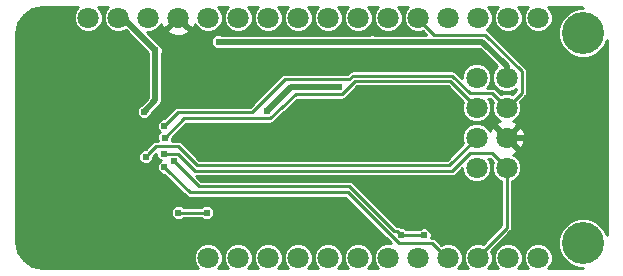
<source format=gbr>
G04 #@! TF.FileFunction,Copper,L2,Bot,Signal*
%FSLAX46Y46*%
G04 Gerber Fmt 4.6, Leading zero omitted, Abs format (unit mm)*
G04 Created by KiCad (PCBNEW 4.0.7) date 2018 March 24, Saturday 15:13:57*
%MOMM*%
%LPD*%
G01*
G04 APERTURE LIST*
%ADD10C,0.150000*%
%ADD11C,1.800000*%
%ADD12C,3.556000*%
%ADD13C,0.609600*%
%ADD14C,0.508000*%
%ADD15C,0.254000*%
G04 APERTURE END LIST*
D10*
D11*
X129667000Y-93980000D03*
X132207000Y-93980000D03*
X134747000Y-93980000D03*
X137287000Y-93980000D03*
X139827000Y-93980000D03*
X142367000Y-93980000D03*
X144907000Y-93980000D03*
X147447000Y-93980000D03*
X149987000Y-93980000D03*
X152527000Y-93980000D03*
X155067000Y-93980000D03*
X157607000Y-93980000D03*
X160147000Y-93980000D03*
X162687000Y-93980000D03*
X165227000Y-93980000D03*
X167767000Y-93980000D03*
X167767000Y-114300000D03*
X165227000Y-114300000D03*
X162687000Y-114300000D03*
X160147000Y-114300000D03*
X157607000Y-114300000D03*
X155067000Y-114300000D03*
X152527000Y-114300000D03*
X149987000Y-114300000D03*
X147447000Y-114300000D03*
X144907000Y-114300000D03*
X142367000Y-114300000D03*
X139827000Y-114300000D03*
D12*
X171577000Y-113030000D03*
X171577000Y-95250000D03*
D11*
X162560000Y-99060000D03*
X165100000Y-99060000D03*
X162560000Y-101600000D03*
X165100000Y-101600000D03*
X162560000Y-104140000D03*
X165100000Y-104140000D03*
X162560000Y-106680000D03*
X165100000Y-106680000D03*
D13*
X135341360Y-96728280D03*
X134405136Y-101925786D03*
X153670000Y-96012000D03*
X140716000Y-96012000D03*
X127000000Y-109855000D03*
X127000000Y-104140000D03*
X127000000Y-98425000D03*
X129540000Y-97155000D03*
X133350000Y-97155000D03*
X129540000Y-113665000D03*
X129540000Y-111125000D03*
X134620000Y-111125000D03*
X134620000Y-113665000D03*
X167132000Y-101600000D03*
X167005000Y-97790000D03*
X171450000Y-97790000D03*
X171450000Y-101600000D03*
X171450000Y-104140000D03*
X171450000Y-107950000D03*
X171450000Y-110490000D03*
X167640000Y-110490000D03*
X167132000Y-107950000D03*
X151765000Y-97407880D03*
X151130000Y-102870000D03*
X151130000Y-102870000D03*
X160020000Y-101600000D03*
X160020000Y-104775000D03*
X156210000Y-107950000D03*
X156210000Y-111125000D03*
X158242000Y-98250247D03*
X150835780Y-107624035D03*
X160020000Y-111760000D03*
X163830000Y-112014000D03*
X133390707Y-106648496D03*
X135399738Y-102548834D03*
X167132000Y-104140000D03*
X161036000Y-97282000D03*
X143280946Y-104616630D03*
X143256000Y-107580833D03*
X143256000Y-103329902D03*
X150876000Y-111252000D03*
X143256000Y-111506000D03*
X143256000Y-109474000D03*
X143256000Y-101346000D03*
X143271719Y-97407880D03*
X143256000Y-99314000D03*
X150876000Y-99822000D03*
X144780000Y-101854000D03*
X136107900Y-103153377D03*
X136157665Y-104129722D03*
X156147717Y-112365791D03*
X158111815Y-112371146D03*
X136907797Y-106132237D03*
X136078004Y-105497227D03*
X134557237Y-105743428D03*
X136131111Y-106625749D03*
X137305155Y-110485155D03*
X139700000Y-110490000D03*
D14*
X135036561Y-96423481D02*
X135341360Y-96728280D01*
X132593080Y-93980000D02*
X135036561Y-96423481D01*
X132080000Y-93980000D02*
X132593080Y-93980000D01*
X134405136Y-101925786D02*
X135341360Y-100989562D01*
X135341360Y-97159332D02*
X135341360Y-96728280D01*
X135341360Y-100989562D02*
X135341360Y-97159332D01*
X165100000Y-98060329D02*
X165100000Y-99060000D01*
X153670000Y-96012000D02*
X163051671Y-96012000D01*
X163051671Y-96012000D02*
X165100000Y-98060329D01*
X140716000Y-96012000D02*
X153670000Y-96012000D01*
X127000000Y-98425000D02*
X127000000Y-104140000D01*
X133350000Y-97155000D02*
X129540000Y-97155000D01*
X134620000Y-111125000D02*
X129540000Y-111125000D01*
X143256000Y-111506000D02*
X136779000Y-111506000D01*
X136779000Y-111506000D02*
X134620000Y-113665000D01*
X171450000Y-97790000D02*
X167005000Y-97790000D01*
X171450000Y-104140000D02*
X171450000Y-101600000D01*
X143271719Y-97407880D02*
X151765000Y-97407880D01*
X151765000Y-97407880D02*
X157399633Y-97407880D01*
X160020000Y-104775000D02*
X160020000Y-101600000D01*
X156210000Y-111125000D02*
X156210000Y-107950000D01*
X157399633Y-97407880D02*
X157937201Y-97945448D01*
X160067753Y-98250247D02*
X158673052Y-98250247D01*
X157937201Y-97945448D02*
X158242000Y-98250247D01*
X161036000Y-97282000D02*
X160067753Y-98250247D01*
X158673052Y-98250247D02*
X158242000Y-98250247D01*
X150792578Y-107580833D02*
X150835780Y-107624035D01*
X143256000Y-107580833D02*
X150792578Y-107580833D01*
D15*
X163830000Y-112014000D02*
X160274000Y-112014000D01*
X160274000Y-112014000D02*
X160020000Y-111760000D01*
D14*
X133390707Y-106217444D02*
X133390707Y-106648496D01*
X133390707Y-104557865D02*
X133390707Y-106217444D01*
X135399738Y-102548834D02*
X133390707Y-104557865D01*
X135704537Y-102244035D02*
X135399738Y-102548834D01*
X140540692Y-97407880D02*
X135704537Y-102244035D01*
X143271719Y-97407880D02*
X140540692Y-97407880D01*
X143271719Y-97407880D02*
X140714880Y-97407880D01*
X140714880Y-97407880D02*
X137287000Y-93980000D01*
X143256000Y-111506000D02*
X150622000Y-111506000D01*
X150622000Y-111506000D02*
X150876000Y-111252000D01*
X167132000Y-104140000D02*
X165100000Y-104140000D01*
X143256000Y-104591684D02*
X143280946Y-104616630D01*
X143256000Y-103329902D02*
X143256000Y-104591684D01*
X143256000Y-99314000D02*
X143256000Y-97423599D01*
X143256000Y-97423599D02*
X143271719Y-97407880D01*
X143256000Y-111506000D02*
X143256000Y-109474000D01*
D15*
X143271719Y-99298281D02*
X143256000Y-99314000D01*
D14*
X150876000Y-99822000D02*
X146812000Y-99822000D01*
X146812000Y-99822000D02*
X144780000Y-101854000D01*
D15*
X136412699Y-102848578D02*
X136107900Y-103153377D01*
X146354803Y-99186999D02*
X143560801Y-101981001D01*
X152079007Y-98885257D02*
X151777266Y-99186999D01*
X160491850Y-98885257D02*
X152079007Y-98885257D01*
X161976392Y-100369799D02*
X160491850Y-98885257D01*
X163869799Y-100369799D02*
X161976392Y-100369799D01*
X165100000Y-101600000D02*
X163869799Y-100369799D01*
X151777266Y-99186999D02*
X146354803Y-99186999D01*
X143560801Y-101981001D02*
X137280276Y-101981001D01*
X137280276Y-101981001D02*
X136412699Y-102848578D01*
X158927789Y-95427789D02*
X157480000Y-93980000D01*
X163293659Y-95427789D02*
X158927789Y-95427789D01*
X165100000Y-101600000D02*
X166370000Y-100330000D01*
X166370000Y-98504130D02*
X163293659Y-95427789D01*
X166370000Y-100330000D02*
X166370000Y-98504130D01*
X147294581Y-100457001D02*
X151153856Y-100457001D01*
X160302468Y-99342468D02*
X162560000Y-101600000D01*
X151153856Y-100457001D02*
X152268389Y-99342468D01*
X146050000Y-101523802D02*
X146126198Y-101523802D01*
X137798386Y-102489001D02*
X145084801Y-102489001D01*
X136157665Y-104129722D02*
X137798386Y-102489001D01*
X146126198Y-101523802D02*
X147243790Y-100406210D01*
X145084801Y-102489001D02*
X146050000Y-101523802D01*
X147243790Y-100406210D02*
X147294581Y-100457001D01*
X152268389Y-99342468D02*
X160302468Y-99342468D01*
X136907797Y-106132237D02*
X139034597Y-108259037D01*
X151792191Y-108259037D02*
X155594146Y-112060992D01*
X139034597Y-108259037D02*
X151792191Y-108259037D01*
X155594146Y-112060992D02*
X155842918Y-112060992D01*
X155842918Y-112060992D02*
X156147717Y-112365791D01*
X158111815Y-112371146D02*
X156153072Y-112371146D01*
X156153072Y-112371146D02*
X156147717Y-112365791D01*
X136078004Y-105497227D02*
X137250595Y-105497227D01*
X137250595Y-105497227D02*
X138699200Y-106945832D01*
X160473470Y-106945832D02*
X161969503Y-105449799D01*
X161969503Y-105449799D02*
X163869799Y-105449799D01*
X138699200Y-106945832D02*
X160473470Y-106945832D01*
X163869799Y-105449799D02*
X164200001Y-105780001D01*
X164200001Y-105780001D02*
X165100000Y-106680000D01*
X165100000Y-106680000D02*
X165100000Y-111760000D01*
X165100000Y-111760000D02*
X162560000Y-114300000D01*
X162560000Y-104140000D02*
X160215567Y-106484433D01*
X160215567Y-106484433D02*
X138884393Y-106484433D01*
X137262185Y-104862225D02*
X135438440Y-104862225D01*
X134862036Y-105438629D02*
X134557237Y-105743428D01*
X138884393Y-106484433D02*
X137262185Y-104862225D01*
X135438440Y-104862225D02*
X134862036Y-105438629D01*
X151633912Y-108750027D02*
X138255389Y-108750027D01*
X157805740Y-113069799D02*
X155953684Y-113069799D01*
X155953684Y-113069799D02*
X151633912Y-108750027D01*
X138255389Y-108750027D02*
X136435910Y-106930548D01*
X160020000Y-114300000D02*
X158791073Y-113071073D01*
X157807014Y-113071073D02*
X157805740Y-113069799D01*
X158791073Y-113071073D02*
X157807014Y-113071073D01*
X136435910Y-106930548D02*
X136131111Y-106625749D01*
X139700000Y-110490000D02*
X137310000Y-110490000D01*
X137310000Y-110490000D02*
X137305155Y-110485155D01*
G36*
X163969077Y-106195655D02*
X163870014Y-106434225D01*
X163869587Y-106923628D01*
X164056479Y-107375942D01*
X164402238Y-107722305D01*
X164642800Y-107822195D01*
X164642800Y-111570621D01*
X163081607Y-113131814D01*
X162932775Y-113070014D01*
X162443372Y-113069587D01*
X161991058Y-113256479D01*
X161644695Y-113602238D01*
X161457014Y-114054225D01*
X161456587Y-114543628D01*
X161643479Y-114995942D01*
X161815237Y-115168000D01*
X161018770Y-115168000D01*
X161189305Y-114997762D01*
X161376986Y-114545775D01*
X161377413Y-114056372D01*
X161190521Y-113604058D01*
X160844762Y-113257695D01*
X160392775Y-113070014D01*
X159903372Y-113069587D01*
X159572768Y-113206190D01*
X159114362Y-112747784D01*
X158966036Y-112648675D01*
X158791073Y-112613873D01*
X158698593Y-112613873D01*
X158746704Y-112498009D01*
X158746925Y-112245391D01*
X158650455Y-112011918D01*
X158471983Y-111833133D01*
X158238678Y-111736257D01*
X157986060Y-111736036D01*
X157752587Y-111832506D01*
X157671004Y-111913946D01*
X156593902Y-111913946D01*
X156507885Y-111827778D01*
X156274580Y-111730902D01*
X156155873Y-111730798D01*
X156017881Y-111638594D01*
X155842918Y-111603792D01*
X155783524Y-111603792D01*
X152115480Y-107935748D01*
X151967154Y-107836639D01*
X151792191Y-107801837D01*
X139223976Y-107801837D01*
X138825171Y-107403032D01*
X160473470Y-107403032D01*
X160648433Y-107368230D01*
X160796759Y-107269121D01*
X161329751Y-106736129D01*
X161329587Y-106923628D01*
X161516479Y-107375942D01*
X161862238Y-107722305D01*
X162314225Y-107909986D01*
X162803628Y-107910413D01*
X163255942Y-107723521D01*
X163602305Y-107377762D01*
X163789986Y-106925775D01*
X163790413Y-106436372D01*
X163603521Y-105984058D01*
X163526596Y-105906999D01*
X163680421Y-105906999D01*
X163969077Y-106195655D01*
X163969077Y-106195655D01*
G37*
X163969077Y-106195655D02*
X163870014Y-106434225D01*
X163869587Y-106923628D01*
X164056479Y-107375942D01*
X164402238Y-107722305D01*
X164642800Y-107822195D01*
X164642800Y-111570621D01*
X163081607Y-113131814D01*
X162932775Y-113070014D01*
X162443372Y-113069587D01*
X161991058Y-113256479D01*
X161644695Y-113602238D01*
X161457014Y-114054225D01*
X161456587Y-114543628D01*
X161643479Y-114995942D01*
X161815237Y-115168000D01*
X161018770Y-115168000D01*
X161189305Y-114997762D01*
X161376986Y-114545775D01*
X161377413Y-114056372D01*
X161190521Y-113604058D01*
X160844762Y-113257695D01*
X160392775Y-113070014D01*
X159903372Y-113069587D01*
X159572768Y-113206190D01*
X159114362Y-112747784D01*
X158966036Y-112648675D01*
X158791073Y-112613873D01*
X158698593Y-112613873D01*
X158746704Y-112498009D01*
X158746925Y-112245391D01*
X158650455Y-112011918D01*
X158471983Y-111833133D01*
X158238678Y-111736257D01*
X157986060Y-111736036D01*
X157752587Y-111832506D01*
X157671004Y-111913946D01*
X156593902Y-111913946D01*
X156507885Y-111827778D01*
X156274580Y-111730902D01*
X156155873Y-111730798D01*
X156017881Y-111638594D01*
X155842918Y-111603792D01*
X155783524Y-111603792D01*
X152115480Y-107935748D01*
X151967154Y-107836639D01*
X151792191Y-107801837D01*
X139223976Y-107801837D01*
X138825171Y-107403032D01*
X160473470Y-107403032D01*
X160648433Y-107368230D01*
X160796759Y-107269121D01*
X161329751Y-106736129D01*
X161329587Y-106923628D01*
X161516479Y-107375942D01*
X161862238Y-107722305D01*
X162314225Y-107909986D01*
X162803628Y-107910413D01*
X163255942Y-107723521D01*
X163602305Y-107377762D01*
X163789986Y-106925775D01*
X163790413Y-106436372D01*
X163603521Y-105984058D01*
X163526596Y-105906999D01*
X163680421Y-105906999D01*
X163969077Y-106195655D01*
G36*
X164184695Y-93282238D02*
X163997014Y-93734225D01*
X163996587Y-94223628D01*
X164183479Y-94675942D01*
X164529238Y-95022305D01*
X164981225Y-95209986D01*
X165470628Y-95210413D01*
X165922942Y-95023521D01*
X166269305Y-94677762D01*
X166456986Y-94225775D01*
X166457413Y-93736372D01*
X166270521Y-93284058D01*
X166098763Y-93112000D01*
X166895230Y-93112000D01*
X166724695Y-93282238D01*
X166537014Y-93734225D01*
X166536587Y-94223628D01*
X166723479Y-94675942D01*
X167069238Y-95022305D01*
X167521225Y-95209986D01*
X168010628Y-95210413D01*
X168462942Y-95023521D01*
X168809305Y-94677762D01*
X168996986Y-94225775D01*
X168997413Y-93736372D01*
X168810521Y-93284058D01*
X168638763Y-93112000D01*
X171410405Y-93112000D01*
X171560143Y-93141785D01*
X171159493Y-93141435D01*
X170384361Y-93461713D01*
X169790797Y-94054241D01*
X169469167Y-94828813D01*
X169468435Y-95667507D01*
X169788713Y-96442639D01*
X170381241Y-97036203D01*
X171155813Y-97357833D01*
X171994507Y-97358565D01*
X172769639Y-97038287D01*
X173363203Y-96445759D01*
X173588000Y-95904387D01*
X173588000Y-112376368D01*
X173365287Y-111837361D01*
X172772759Y-111243797D01*
X171998187Y-110922167D01*
X171159493Y-110921435D01*
X170384361Y-111241713D01*
X169790797Y-111834241D01*
X169469167Y-112608813D01*
X169468435Y-113447507D01*
X169788713Y-114222639D01*
X170381241Y-114816203D01*
X171155813Y-115137833D01*
X171560290Y-115138186D01*
X171410405Y-115168000D01*
X168638770Y-115168000D01*
X168809305Y-114997762D01*
X168996986Y-114545775D01*
X168997413Y-114056372D01*
X168810521Y-113604058D01*
X168464762Y-113257695D01*
X168012775Y-113070014D01*
X167523372Y-113069587D01*
X167071058Y-113256479D01*
X166724695Y-113602238D01*
X166537014Y-114054225D01*
X166536587Y-114543628D01*
X166723479Y-114995942D01*
X166895237Y-115168000D01*
X166098770Y-115168000D01*
X166269305Y-114997762D01*
X166456986Y-114545775D01*
X166457413Y-114056372D01*
X166270521Y-113604058D01*
X165924762Y-113257695D01*
X165472775Y-113070014D01*
X164983372Y-113069587D01*
X164531058Y-113256479D01*
X164184695Y-113602238D01*
X163997014Y-114054225D01*
X163996587Y-114543628D01*
X164183479Y-114995942D01*
X164355237Y-115168000D01*
X163558770Y-115168000D01*
X163729305Y-114997762D01*
X163916986Y-114545775D01*
X163917413Y-114056372D01*
X163780810Y-113725768D01*
X165423289Y-112083290D01*
X165522398Y-111934963D01*
X165557200Y-111760000D01*
X165557200Y-107822167D01*
X165795942Y-107723521D01*
X166142305Y-107377762D01*
X166329986Y-106925775D01*
X166330413Y-106436372D01*
X166143521Y-105984058D01*
X165797762Y-105637695D01*
X165661716Y-105581204D01*
X165914148Y-105476643D01*
X166000554Y-105220159D01*
X165100000Y-104319605D01*
X165085858Y-104333748D01*
X164906253Y-104154143D01*
X164920395Y-104140000D01*
X165279605Y-104140000D01*
X166180159Y-105040554D01*
X166436643Y-104954148D01*
X166646458Y-104380664D01*
X166620839Y-103770540D01*
X166436643Y-103325852D01*
X166180159Y-103239446D01*
X165279605Y-104140000D01*
X164920395Y-104140000D01*
X164019841Y-103239446D01*
X163763357Y-103325852D01*
X163665357Y-103593713D01*
X163603521Y-103444058D01*
X163257762Y-103097695D01*
X162805775Y-102910014D01*
X162316372Y-102909587D01*
X161864058Y-103096479D01*
X161517695Y-103442238D01*
X161330014Y-103894225D01*
X161329587Y-104383628D01*
X161429057Y-104624365D01*
X160026189Y-106027233D01*
X139073772Y-106027233D01*
X137585474Y-104538936D01*
X137437148Y-104439827D01*
X137262185Y-104405025D01*
X136730917Y-104405025D01*
X136792554Y-104256585D01*
X136792655Y-104141310D01*
X137987764Y-102946201D01*
X145084801Y-102946201D01*
X145259764Y-102911399D01*
X145408090Y-102812290D01*
X146267482Y-101952899D01*
X146301161Y-101946200D01*
X146449487Y-101847091D01*
X147382377Y-100914201D01*
X151153856Y-100914201D01*
X151328819Y-100879399D01*
X151477145Y-100780290D01*
X152457767Y-99799668D01*
X160113090Y-99799668D01*
X161429077Y-101115655D01*
X161330014Y-101354225D01*
X161329587Y-101843628D01*
X161516479Y-102295942D01*
X161862238Y-102642305D01*
X162314225Y-102829986D01*
X162803628Y-102830413D01*
X163255942Y-102643521D01*
X163602305Y-102297762D01*
X163789986Y-101845775D01*
X163790413Y-101356372D01*
X163603521Y-100904058D01*
X163526596Y-100826999D01*
X163680421Y-100826999D01*
X163969077Y-101115655D01*
X163870014Y-101354225D01*
X163869587Y-101843628D01*
X164056479Y-102295942D01*
X164402238Y-102642305D01*
X164538284Y-102698796D01*
X164285852Y-102803357D01*
X164199446Y-103059841D01*
X165100000Y-103960395D01*
X166000554Y-103059841D01*
X165914148Y-102803357D01*
X165646287Y-102705357D01*
X165795942Y-102643521D01*
X166142305Y-102297762D01*
X166329986Y-101845775D01*
X166330413Y-101356372D01*
X166230943Y-101115635D01*
X166693289Y-100653289D01*
X166792398Y-100504963D01*
X166827200Y-100330000D01*
X166827200Y-98504130D01*
X166792398Y-98329167D01*
X166693289Y-98180841D01*
X163616948Y-95104500D01*
X163468622Y-95005391D01*
X163412322Y-94994192D01*
X163729305Y-94677762D01*
X163916986Y-94225775D01*
X163917413Y-93736372D01*
X163730521Y-93284058D01*
X163558763Y-93112000D01*
X164355230Y-93112000D01*
X164184695Y-93282238D01*
X164184695Y-93282238D01*
G37*
X164184695Y-93282238D02*
X163997014Y-93734225D01*
X163996587Y-94223628D01*
X164183479Y-94675942D01*
X164529238Y-95022305D01*
X164981225Y-95209986D01*
X165470628Y-95210413D01*
X165922942Y-95023521D01*
X166269305Y-94677762D01*
X166456986Y-94225775D01*
X166457413Y-93736372D01*
X166270521Y-93284058D01*
X166098763Y-93112000D01*
X166895230Y-93112000D01*
X166724695Y-93282238D01*
X166537014Y-93734225D01*
X166536587Y-94223628D01*
X166723479Y-94675942D01*
X167069238Y-95022305D01*
X167521225Y-95209986D01*
X168010628Y-95210413D01*
X168462942Y-95023521D01*
X168809305Y-94677762D01*
X168996986Y-94225775D01*
X168997413Y-93736372D01*
X168810521Y-93284058D01*
X168638763Y-93112000D01*
X171410405Y-93112000D01*
X171560143Y-93141785D01*
X171159493Y-93141435D01*
X170384361Y-93461713D01*
X169790797Y-94054241D01*
X169469167Y-94828813D01*
X169468435Y-95667507D01*
X169788713Y-96442639D01*
X170381241Y-97036203D01*
X171155813Y-97357833D01*
X171994507Y-97358565D01*
X172769639Y-97038287D01*
X173363203Y-96445759D01*
X173588000Y-95904387D01*
X173588000Y-112376368D01*
X173365287Y-111837361D01*
X172772759Y-111243797D01*
X171998187Y-110922167D01*
X171159493Y-110921435D01*
X170384361Y-111241713D01*
X169790797Y-111834241D01*
X169469167Y-112608813D01*
X169468435Y-113447507D01*
X169788713Y-114222639D01*
X170381241Y-114816203D01*
X171155813Y-115137833D01*
X171560290Y-115138186D01*
X171410405Y-115168000D01*
X168638770Y-115168000D01*
X168809305Y-114997762D01*
X168996986Y-114545775D01*
X168997413Y-114056372D01*
X168810521Y-113604058D01*
X168464762Y-113257695D01*
X168012775Y-113070014D01*
X167523372Y-113069587D01*
X167071058Y-113256479D01*
X166724695Y-113602238D01*
X166537014Y-114054225D01*
X166536587Y-114543628D01*
X166723479Y-114995942D01*
X166895237Y-115168000D01*
X166098770Y-115168000D01*
X166269305Y-114997762D01*
X166456986Y-114545775D01*
X166457413Y-114056372D01*
X166270521Y-113604058D01*
X165924762Y-113257695D01*
X165472775Y-113070014D01*
X164983372Y-113069587D01*
X164531058Y-113256479D01*
X164184695Y-113602238D01*
X163997014Y-114054225D01*
X163996587Y-114543628D01*
X164183479Y-114995942D01*
X164355237Y-115168000D01*
X163558770Y-115168000D01*
X163729305Y-114997762D01*
X163916986Y-114545775D01*
X163917413Y-114056372D01*
X163780810Y-113725768D01*
X165423289Y-112083290D01*
X165522398Y-111934963D01*
X165557200Y-111760000D01*
X165557200Y-107822167D01*
X165795942Y-107723521D01*
X166142305Y-107377762D01*
X166329986Y-106925775D01*
X166330413Y-106436372D01*
X166143521Y-105984058D01*
X165797762Y-105637695D01*
X165661716Y-105581204D01*
X165914148Y-105476643D01*
X166000554Y-105220159D01*
X165100000Y-104319605D01*
X165085858Y-104333748D01*
X164906253Y-104154143D01*
X164920395Y-104140000D01*
X165279605Y-104140000D01*
X166180159Y-105040554D01*
X166436643Y-104954148D01*
X166646458Y-104380664D01*
X166620839Y-103770540D01*
X166436643Y-103325852D01*
X166180159Y-103239446D01*
X165279605Y-104140000D01*
X164920395Y-104140000D01*
X164019841Y-103239446D01*
X163763357Y-103325852D01*
X163665357Y-103593713D01*
X163603521Y-103444058D01*
X163257762Y-103097695D01*
X162805775Y-102910014D01*
X162316372Y-102909587D01*
X161864058Y-103096479D01*
X161517695Y-103442238D01*
X161330014Y-103894225D01*
X161329587Y-104383628D01*
X161429057Y-104624365D01*
X160026189Y-106027233D01*
X139073772Y-106027233D01*
X137585474Y-104538936D01*
X137437148Y-104439827D01*
X137262185Y-104405025D01*
X136730917Y-104405025D01*
X136792554Y-104256585D01*
X136792655Y-104141310D01*
X137987764Y-102946201D01*
X145084801Y-102946201D01*
X145259764Y-102911399D01*
X145408090Y-102812290D01*
X146267482Y-101952899D01*
X146301161Y-101946200D01*
X146449487Y-101847091D01*
X147382377Y-100914201D01*
X151153856Y-100914201D01*
X151328819Y-100879399D01*
X151477145Y-100780290D01*
X152457767Y-99799668D01*
X160113090Y-99799668D01*
X161429077Y-101115655D01*
X161330014Y-101354225D01*
X161329587Y-101843628D01*
X161516479Y-102295942D01*
X161862238Y-102642305D01*
X162314225Y-102829986D01*
X162803628Y-102830413D01*
X163255942Y-102643521D01*
X163602305Y-102297762D01*
X163789986Y-101845775D01*
X163790413Y-101356372D01*
X163603521Y-100904058D01*
X163526596Y-100826999D01*
X163680421Y-100826999D01*
X163969077Y-101115655D01*
X163870014Y-101354225D01*
X163869587Y-101843628D01*
X164056479Y-102295942D01*
X164402238Y-102642305D01*
X164538284Y-102698796D01*
X164285852Y-102803357D01*
X164199446Y-103059841D01*
X165100000Y-103960395D01*
X166000554Y-103059841D01*
X165914148Y-102803357D01*
X165646287Y-102705357D01*
X165795942Y-102643521D01*
X166142305Y-102297762D01*
X166329986Y-101845775D01*
X166330413Y-101356372D01*
X166230943Y-101115635D01*
X166693289Y-100653289D01*
X166792398Y-100504963D01*
X166827200Y-100330000D01*
X166827200Y-98504130D01*
X166792398Y-98329167D01*
X166693289Y-98180841D01*
X163616948Y-95104500D01*
X163468622Y-95005391D01*
X163412322Y-94994192D01*
X163729305Y-94677762D01*
X163916986Y-94225775D01*
X163917413Y-93736372D01*
X163730521Y-93284058D01*
X163558763Y-93112000D01*
X164355230Y-93112000D01*
X164184695Y-93282238D01*
G36*
X128624695Y-93282238D02*
X128437014Y-93734225D01*
X128436587Y-94223628D01*
X128623479Y-94675942D01*
X128969238Y-95022305D01*
X129421225Y-95209986D01*
X129910628Y-95210413D01*
X130362942Y-95023521D01*
X130709305Y-94677762D01*
X130896986Y-94225775D01*
X130897413Y-93736372D01*
X130710521Y-93284058D01*
X130538763Y-93112000D01*
X131335230Y-93112000D01*
X131164695Y-93282238D01*
X130977014Y-93734225D01*
X130976587Y-94223628D01*
X131163479Y-94675942D01*
X131509238Y-95022305D01*
X131961225Y-95209986D01*
X132450628Y-95210413D01*
X132837470Y-95050574D01*
X134752244Y-96965348D01*
X134757160Y-96977245D01*
X134757160Y-100747578D01*
X134168068Y-101336670D01*
X134045908Y-101387146D01*
X133867123Y-101565618D01*
X133770247Y-101798923D01*
X133770026Y-102051541D01*
X133866496Y-102285014D01*
X134044968Y-102463799D01*
X134278273Y-102560675D01*
X134530891Y-102560896D01*
X134764364Y-102464426D01*
X134943149Y-102285954D01*
X134994273Y-102162833D01*
X135754452Y-101402654D01*
X135881091Y-101213125D01*
X135925561Y-100989562D01*
X135925560Y-100989557D01*
X135925560Y-96977217D01*
X135976249Y-96855143D01*
X135976470Y-96602525D01*
X135880000Y-96369052D01*
X135701528Y-96190267D01*
X135578407Y-96139143D01*
X134649379Y-95210115D01*
X134990628Y-95210413D01*
X135354271Y-95060159D01*
X136386446Y-95060159D01*
X136472852Y-95316643D01*
X137046336Y-95526458D01*
X137656460Y-95500839D01*
X138101148Y-95316643D01*
X138187554Y-95060159D01*
X137287000Y-94159605D01*
X136386446Y-95060159D01*
X135354271Y-95060159D01*
X135442942Y-95023521D01*
X135789305Y-94677762D01*
X135845796Y-94541716D01*
X135950357Y-94794148D01*
X136206841Y-94880554D01*
X137107395Y-93980000D01*
X137093253Y-93965858D01*
X137272858Y-93786253D01*
X137287000Y-93800395D01*
X137301143Y-93786253D01*
X137480748Y-93965858D01*
X137466605Y-93980000D01*
X138367159Y-94880554D01*
X138623643Y-94794148D01*
X138721643Y-94526287D01*
X138783479Y-94675942D01*
X139129238Y-95022305D01*
X139581225Y-95209986D01*
X140070628Y-95210413D01*
X140522942Y-95023521D01*
X140869305Y-94677762D01*
X141056986Y-94225775D01*
X141057413Y-93736372D01*
X140870521Y-93284058D01*
X140698763Y-93112000D01*
X141495230Y-93112000D01*
X141324695Y-93282238D01*
X141137014Y-93734225D01*
X141136587Y-94223628D01*
X141323479Y-94675942D01*
X141669238Y-95022305D01*
X142121225Y-95209986D01*
X142610628Y-95210413D01*
X143062942Y-95023521D01*
X143409305Y-94677762D01*
X143596986Y-94225775D01*
X143597413Y-93736372D01*
X143410521Y-93284058D01*
X143238763Y-93112000D01*
X144035230Y-93112000D01*
X143864695Y-93282238D01*
X143677014Y-93734225D01*
X143676587Y-94223628D01*
X143863479Y-94675942D01*
X144209238Y-95022305D01*
X144661225Y-95209986D01*
X145150628Y-95210413D01*
X145602942Y-95023521D01*
X145949305Y-94677762D01*
X146136986Y-94225775D01*
X146137413Y-93736372D01*
X145950521Y-93284058D01*
X145778763Y-93112000D01*
X146575230Y-93112000D01*
X146404695Y-93282238D01*
X146217014Y-93734225D01*
X146216587Y-94223628D01*
X146403479Y-94675942D01*
X146749238Y-95022305D01*
X147201225Y-95209986D01*
X147690628Y-95210413D01*
X148142942Y-95023521D01*
X148489305Y-94677762D01*
X148676986Y-94225775D01*
X148677413Y-93736372D01*
X148490521Y-93284058D01*
X148318763Y-93112000D01*
X149115230Y-93112000D01*
X148944695Y-93282238D01*
X148757014Y-93734225D01*
X148756587Y-94223628D01*
X148943479Y-94675942D01*
X149289238Y-95022305D01*
X149741225Y-95209986D01*
X150230628Y-95210413D01*
X150682942Y-95023521D01*
X151029305Y-94677762D01*
X151216986Y-94225775D01*
X151217413Y-93736372D01*
X151030521Y-93284058D01*
X150858763Y-93112000D01*
X151655230Y-93112000D01*
X151484695Y-93282238D01*
X151297014Y-93734225D01*
X151296587Y-94223628D01*
X151483479Y-94675942D01*
X151829238Y-95022305D01*
X152281225Y-95209986D01*
X152770628Y-95210413D01*
X153222942Y-95023521D01*
X153569305Y-94677762D01*
X153756986Y-94225775D01*
X153757413Y-93736372D01*
X153570521Y-93284058D01*
X153398763Y-93112000D01*
X154195230Y-93112000D01*
X154024695Y-93282238D01*
X153837014Y-93734225D01*
X153836587Y-94223628D01*
X154023479Y-94675942D01*
X154369238Y-95022305D01*
X154821225Y-95209986D01*
X155310628Y-95210413D01*
X155762942Y-95023521D01*
X156109305Y-94677762D01*
X156296986Y-94225775D01*
X156297413Y-93736372D01*
X156110521Y-93284058D01*
X155938763Y-93112000D01*
X156735230Y-93112000D01*
X156564695Y-93282238D01*
X156377014Y-93734225D01*
X156376587Y-94223628D01*
X156563479Y-94675942D01*
X156909238Y-95022305D01*
X157361225Y-95209986D01*
X157850628Y-95210413D01*
X158001497Y-95148075D01*
X158281222Y-95427800D01*
X153918937Y-95427800D01*
X153796863Y-95377111D01*
X153544245Y-95376890D01*
X153421035Y-95427800D01*
X140964937Y-95427800D01*
X140842863Y-95377111D01*
X140590245Y-95376890D01*
X140356772Y-95473360D01*
X140177987Y-95651832D01*
X140081111Y-95885137D01*
X140080890Y-96137755D01*
X140177360Y-96371228D01*
X140355832Y-96550013D01*
X140589137Y-96646889D01*
X140841755Y-96647110D01*
X140964965Y-96596200D01*
X153421063Y-96596200D01*
X153543137Y-96646889D01*
X153795755Y-96647110D01*
X153918965Y-96596200D01*
X162809687Y-96596200D01*
X164316936Y-98103449D01*
X164057695Y-98362238D01*
X163870014Y-98814225D01*
X163869587Y-99303628D01*
X164056479Y-99755942D01*
X164402238Y-100102305D01*
X164854225Y-100289986D01*
X165343628Y-100290413D01*
X165795942Y-100103521D01*
X165912800Y-99986867D01*
X165912800Y-100140622D01*
X165584345Y-100469077D01*
X165345775Y-100370014D01*
X164856372Y-100369587D01*
X164615635Y-100469057D01*
X164193088Y-100046510D01*
X164044762Y-99947401D01*
X163869799Y-99912599D01*
X163447198Y-99912599D01*
X163602305Y-99757762D01*
X163789986Y-99305775D01*
X163790413Y-98816372D01*
X163603521Y-98364058D01*
X163257762Y-98017695D01*
X162805775Y-97830014D01*
X162316372Y-97829587D01*
X161864058Y-98016479D01*
X161517695Y-98362238D01*
X161330014Y-98814225D01*
X161329785Y-99076614D01*
X160815139Y-98561968D01*
X160666813Y-98462859D01*
X160491850Y-98428057D01*
X152079007Y-98428057D01*
X151904043Y-98462859D01*
X151755717Y-98561968D01*
X151587887Y-98729799D01*
X146354803Y-98729799D01*
X146179840Y-98764601D01*
X146031514Y-98863709D01*
X143371423Y-101523801D01*
X137280276Y-101523801D01*
X137105313Y-101558603D01*
X136956987Y-101657712D01*
X136096332Y-102518367D01*
X135982145Y-102518267D01*
X135748672Y-102614737D01*
X135569887Y-102793209D01*
X135473011Y-103026514D01*
X135472790Y-103279132D01*
X135569260Y-103512605D01*
X135722886Y-103666501D01*
X135619652Y-103769554D01*
X135522776Y-104002859D01*
X135522555Y-104255477D01*
X135584348Y-104405025D01*
X135438440Y-104405025D01*
X135263477Y-104439827D01*
X135115151Y-104538936D01*
X134545669Y-105108418D01*
X134431482Y-105108318D01*
X134198009Y-105204788D01*
X134019224Y-105383260D01*
X133922348Y-105616565D01*
X133922127Y-105869183D01*
X134018597Y-106102656D01*
X134197069Y-106281441D01*
X134430374Y-106378317D01*
X134682992Y-106378538D01*
X134916465Y-106282068D01*
X135095250Y-106103596D01*
X135192126Y-105870291D01*
X135192227Y-105755016D01*
X135442998Y-105504245D01*
X135442894Y-105622982D01*
X135539364Y-105856455D01*
X135717836Y-106035240D01*
X135807404Y-106072432D01*
X135771883Y-106087109D01*
X135593098Y-106265581D01*
X135496222Y-106498886D01*
X135496001Y-106751504D01*
X135592471Y-106984977D01*
X135770943Y-107163762D01*
X136004248Y-107260638D01*
X136119523Y-107260739D01*
X137932100Y-109073316D01*
X138080426Y-109172425D01*
X138255389Y-109207227D01*
X151444534Y-109207227D01*
X155307316Y-113070009D01*
X154823372Y-113069587D01*
X154371058Y-113256479D01*
X154024695Y-113602238D01*
X153837014Y-114054225D01*
X153836587Y-114543628D01*
X154023479Y-114995942D01*
X154195237Y-115168000D01*
X153398770Y-115168000D01*
X153569305Y-114997762D01*
X153756986Y-114545775D01*
X153757413Y-114056372D01*
X153570521Y-113604058D01*
X153224762Y-113257695D01*
X152772775Y-113070014D01*
X152283372Y-113069587D01*
X151831058Y-113256479D01*
X151484695Y-113602238D01*
X151297014Y-114054225D01*
X151296587Y-114543628D01*
X151483479Y-114995942D01*
X151655237Y-115168000D01*
X150858770Y-115168000D01*
X151029305Y-114997762D01*
X151216986Y-114545775D01*
X151217413Y-114056372D01*
X151030521Y-113604058D01*
X150684762Y-113257695D01*
X150232775Y-113070014D01*
X149743372Y-113069587D01*
X149291058Y-113256479D01*
X148944695Y-113602238D01*
X148757014Y-114054225D01*
X148756587Y-114543628D01*
X148943479Y-114995942D01*
X149115237Y-115168000D01*
X148318770Y-115168000D01*
X148489305Y-114997762D01*
X148676986Y-114545775D01*
X148677413Y-114056372D01*
X148490521Y-113604058D01*
X148144762Y-113257695D01*
X147692775Y-113070014D01*
X147203372Y-113069587D01*
X146751058Y-113256479D01*
X146404695Y-113602238D01*
X146217014Y-114054225D01*
X146216587Y-114543628D01*
X146403479Y-114995942D01*
X146575237Y-115168000D01*
X145778770Y-115168000D01*
X145949305Y-114997762D01*
X146136986Y-114545775D01*
X146137413Y-114056372D01*
X145950521Y-113604058D01*
X145604762Y-113257695D01*
X145152775Y-113070014D01*
X144663372Y-113069587D01*
X144211058Y-113256479D01*
X143864695Y-113602238D01*
X143677014Y-114054225D01*
X143676587Y-114543628D01*
X143863479Y-114995942D01*
X144035237Y-115168000D01*
X143238770Y-115168000D01*
X143409305Y-114997762D01*
X143596986Y-114545775D01*
X143597413Y-114056372D01*
X143410521Y-113604058D01*
X143064762Y-113257695D01*
X142612775Y-113070014D01*
X142123372Y-113069587D01*
X141671058Y-113256479D01*
X141324695Y-113602238D01*
X141137014Y-114054225D01*
X141136587Y-114543628D01*
X141323479Y-114995942D01*
X141495237Y-115168000D01*
X140698770Y-115168000D01*
X140869305Y-114997762D01*
X141056986Y-114545775D01*
X141057413Y-114056372D01*
X140870521Y-113604058D01*
X140524762Y-113257695D01*
X140072775Y-113070014D01*
X139583372Y-113069587D01*
X139131058Y-113256479D01*
X138784695Y-113602238D01*
X138597014Y-114054225D01*
X138596587Y-114543628D01*
X138783479Y-114995942D01*
X138955237Y-115168000D01*
X125769595Y-115168000D01*
X124914838Y-114997978D01*
X124223775Y-114536225D01*
X123762022Y-113845164D01*
X123592000Y-112990405D01*
X123592000Y-110610910D01*
X136670045Y-110610910D01*
X136766515Y-110844383D01*
X136944987Y-111023168D01*
X137178292Y-111120044D01*
X137430910Y-111120265D01*
X137664383Y-111023795D01*
X137741112Y-110947200D01*
X139259160Y-110947200D01*
X139339832Y-111028013D01*
X139573137Y-111124889D01*
X139825755Y-111125110D01*
X140059228Y-111028640D01*
X140238013Y-110850168D01*
X140334889Y-110616863D01*
X140335110Y-110364245D01*
X140238640Y-110130772D01*
X140060168Y-109951987D01*
X139826863Y-109855111D01*
X139574245Y-109854890D01*
X139340772Y-109951360D01*
X139259189Y-110032800D01*
X137750831Y-110032800D01*
X137665323Y-109947142D01*
X137432018Y-109850266D01*
X137179400Y-109850045D01*
X136945927Y-109946515D01*
X136767142Y-110124987D01*
X136670266Y-110358292D01*
X136670045Y-110610910D01*
X123592000Y-110610910D01*
X123592000Y-95289595D01*
X123762022Y-94434836D01*
X124223775Y-93743775D01*
X124914838Y-93282022D01*
X125769595Y-93112000D01*
X128795230Y-93112000D01*
X128624695Y-93282238D01*
X128624695Y-93282238D01*
G37*
X128624695Y-93282238D02*
X128437014Y-93734225D01*
X128436587Y-94223628D01*
X128623479Y-94675942D01*
X128969238Y-95022305D01*
X129421225Y-95209986D01*
X129910628Y-95210413D01*
X130362942Y-95023521D01*
X130709305Y-94677762D01*
X130896986Y-94225775D01*
X130897413Y-93736372D01*
X130710521Y-93284058D01*
X130538763Y-93112000D01*
X131335230Y-93112000D01*
X131164695Y-93282238D01*
X130977014Y-93734225D01*
X130976587Y-94223628D01*
X131163479Y-94675942D01*
X131509238Y-95022305D01*
X131961225Y-95209986D01*
X132450628Y-95210413D01*
X132837470Y-95050574D01*
X134752244Y-96965348D01*
X134757160Y-96977245D01*
X134757160Y-100747578D01*
X134168068Y-101336670D01*
X134045908Y-101387146D01*
X133867123Y-101565618D01*
X133770247Y-101798923D01*
X133770026Y-102051541D01*
X133866496Y-102285014D01*
X134044968Y-102463799D01*
X134278273Y-102560675D01*
X134530891Y-102560896D01*
X134764364Y-102464426D01*
X134943149Y-102285954D01*
X134994273Y-102162833D01*
X135754452Y-101402654D01*
X135881091Y-101213125D01*
X135925561Y-100989562D01*
X135925560Y-100989557D01*
X135925560Y-96977217D01*
X135976249Y-96855143D01*
X135976470Y-96602525D01*
X135880000Y-96369052D01*
X135701528Y-96190267D01*
X135578407Y-96139143D01*
X134649379Y-95210115D01*
X134990628Y-95210413D01*
X135354271Y-95060159D01*
X136386446Y-95060159D01*
X136472852Y-95316643D01*
X137046336Y-95526458D01*
X137656460Y-95500839D01*
X138101148Y-95316643D01*
X138187554Y-95060159D01*
X137287000Y-94159605D01*
X136386446Y-95060159D01*
X135354271Y-95060159D01*
X135442942Y-95023521D01*
X135789305Y-94677762D01*
X135845796Y-94541716D01*
X135950357Y-94794148D01*
X136206841Y-94880554D01*
X137107395Y-93980000D01*
X137093253Y-93965858D01*
X137272858Y-93786253D01*
X137287000Y-93800395D01*
X137301143Y-93786253D01*
X137480748Y-93965858D01*
X137466605Y-93980000D01*
X138367159Y-94880554D01*
X138623643Y-94794148D01*
X138721643Y-94526287D01*
X138783479Y-94675942D01*
X139129238Y-95022305D01*
X139581225Y-95209986D01*
X140070628Y-95210413D01*
X140522942Y-95023521D01*
X140869305Y-94677762D01*
X141056986Y-94225775D01*
X141057413Y-93736372D01*
X140870521Y-93284058D01*
X140698763Y-93112000D01*
X141495230Y-93112000D01*
X141324695Y-93282238D01*
X141137014Y-93734225D01*
X141136587Y-94223628D01*
X141323479Y-94675942D01*
X141669238Y-95022305D01*
X142121225Y-95209986D01*
X142610628Y-95210413D01*
X143062942Y-95023521D01*
X143409305Y-94677762D01*
X143596986Y-94225775D01*
X143597413Y-93736372D01*
X143410521Y-93284058D01*
X143238763Y-93112000D01*
X144035230Y-93112000D01*
X143864695Y-93282238D01*
X143677014Y-93734225D01*
X143676587Y-94223628D01*
X143863479Y-94675942D01*
X144209238Y-95022305D01*
X144661225Y-95209986D01*
X145150628Y-95210413D01*
X145602942Y-95023521D01*
X145949305Y-94677762D01*
X146136986Y-94225775D01*
X146137413Y-93736372D01*
X145950521Y-93284058D01*
X145778763Y-93112000D01*
X146575230Y-93112000D01*
X146404695Y-93282238D01*
X146217014Y-93734225D01*
X146216587Y-94223628D01*
X146403479Y-94675942D01*
X146749238Y-95022305D01*
X147201225Y-95209986D01*
X147690628Y-95210413D01*
X148142942Y-95023521D01*
X148489305Y-94677762D01*
X148676986Y-94225775D01*
X148677413Y-93736372D01*
X148490521Y-93284058D01*
X148318763Y-93112000D01*
X149115230Y-93112000D01*
X148944695Y-93282238D01*
X148757014Y-93734225D01*
X148756587Y-94223628D01*
X148943479Y-94675942D01*
X149289238Y-95022305D01*
X149741225Y-95209986D01*
X150230628Y-95210413D01*
X150682942Y-95023521D01*
X151029305Y-94677762D01*
X151216986Y-94225775D01*
X151217413Y-93736372D01*
X151030521Y-93284058D01*
X150858763Y-93112000D01*
X151655230Y-93112000D01*
X151484695Y-93282238D01*
X151297014Y-93734225D01*
X151296587Y-94223628D01*
X151483479Y-94675942D01*
X151829238Y-95022305D01*
X152281225Y-95209986D01*
X152770628Y-95210413D01*
X153222942Y-95023521D01*
X153569305Y-94677762D01*
X153756986Y-94225775D01*
X153757413Y-93736372D01*
X153570521Y-93284058D01*
X153398763Y-93112000D01*
X154195230Y-93112000D01*
X154024695Y-93282238D01*
X153837014Y-93734225D01*
X153836587Y-94223628D01*
X154023479Y-94675942D01*
X154369238Y-95022305D01*
X154821225Y-95209986D01*
X155310628Y-95210413D01*
X155762942Y-95023521D01*
X156109305Y-94677762D01*
X156296986Y-94225775D01*
X156297413Y-93736372D01*
X156110521Y-93284058D01*
X155938763Y-93112000D01*
X156735230Y-93112000D01*
X156564695Y-93282238D01*
X156377014Y-93734225D01*
X156376587Y-94223628D01*
X156563479Y-94675942D01*
X156909238Y-95022305D01*
X157361225Y-95209986D01*
X157850628Y-95210413D01*
X158001497Y-95148075D01*
X158281222Y-95427800D01*
X153918937Y-95427800D01*
X153796863Y-95377111D01*
X153544245Y-95376890D01*
X153421035Y-95427800D01*
X140964937Y-95427800D01*
X140842863Y-95377111D01*
X140590245Y-95376890D01*
X140356772Y-95473360D01*
X140177987Y-95651832D01*
X140081111Y-95885137D01*
X140080890Y-96137755D01*
X140177360Y-96371228D01*
X140355832Y-96550013D01*
X140589137Y-96646889D01*
X140841755Y-96647110D01*
X140964965Y-96596200D01*
X153421063Y-96596200D01*
X153543137Y-96646889D01*
X153795755Y-96647110D01*
X153918965Y-96596200D01*
X162809687Y-96596200D01*
X164316936Y-98103449D01*
X164057695Y-98362238D01*
X163870014Y-98814225D01*
X163869587Y-99303628D01*
X164056479Y-99755942D01*
X164402238Y-100102305D01*
X164854225Y-100289986D01*
X165343628Y-100290413D01*
X165795942Y-100103521D01*
X165912800Y-99986867D01*
X165912800Y-100140622D01*
X165584345Y-100469077D01*
X165345775Y-100370014D01*
X164856372Y-100369587D01*
X164615635Y-100469057D01*
X164193088Y-100046510D01*
X164044762Y-99947401D01*
X163869799Y-99912599D01*
X163447198Y-99912599D01*
X163602305Y-99757762D01*
X163789986Y-99305775D01*
X163790413Y-98816372D01*
X163603521Y-98364058D01*
X163257762Y-98017695D01*
X162805775Y-97830014D01*
X162316372Y-97829587D01*
X161864058Y-98016479D01*
X161517695Y-98362238D01*
X161330014Y-98814225D01*
X161329785Y-99076614D01*
X160815139Y-98561968D01*
X160666813Y-98462859D01*
X160491850Y-98428057D01*
X152079007Y-98428057D01*
X151904043Y-98462859D01*
X151755717Y-98561968D01*
X151587887Y-98729799D01*
X146354803Y-98729799D01*
X146179840Y-98764601D01*
X146031514Y-98863709D01*
X143371423Y-101523801D01*
X137280276Y-101523801D01*
X137105313Y-101558603D01*
X136956987Y-101657712D01*
X136096332Y-102518367D01*
X135982145Y-102518267D01*
X135748672Y-102614737D01*
X135569887Y-102793209D01*
X135473011Y-103026514D01*
X135472790Y-103279132D01*
X135569260Y-103512605D01*
X135722886Y-103666501D01*
X135619652Y-103769554D01*
X135522776Y-104002859D01*
X135522555Y-104255477D01*
X135584348Y-104405025D01*
X135438440Y-104405025D01*
X135263477Y-104439827D01*
X135115151Y-104538936D01*
X134545669Y-105108418D01*
X134431482Y-105108318D01*
X134198009Y-105204788D01*
X134019224Y-105383260D01*
X133922348Y-105616565D01*
X133922127Y-105869183D01*
X134018597Y-106102656D01*
X134197069Y-106281441D01*
X134430374Y-106378317D01*
X134682992Y-106378538D01*
X134916465Y-106282068D01*
X135095250Y-106103596D01*
X135192126Y-105870291D01*
X135192227Y-105755016D01*
X135442998Y-105504245D01*
X135442894Y-105622982D01*
X135539364Y-105856455D01*
X135717836Y-106035240D01*
X135807404Y-106072432D01*
X135771883Y-106087109D01*
X135593098Y-106265581D01*
X135496222Y-106498886D01*
X135496001Y-106751504D01*
X135592471Y-106984977D01*
X135770943Y-107163762D01*
X136004248Y-107260638D01*
X136119523Y-107260739D01*
X137932100Y-109073316D01*
X138080426Y-109172425D01*
X138255389Y-109207227D01*
X151444534Y-109207227D01*
X155307316Y-113070009D01*
X154823372Y-113069587D01*
X154371058Y-113256479D01*
X154024695Y-113602238D01*
X153837014Y-114054225D01*
X153836587Y-114543628D01*
X154023479Y-114995942D01*
X154195237Y-115168000D01*
X153398770Y-115168000D01*
X153569305Y-114997762D01*
X153756986Y-114545775D01*
X153757413Y-114056372D01*
X153570521Y-113604058D01*
X153224762Y-113257695D01*
X152772775Y-113070014D01*
X152283372Y-113069587D01*
X151831058Y-113256479D01*
X151484695Y-113602238D01*
X151297014Y-114054225D01*
X151296587Y-114543628D01*
X151483479Y-114995942D01*
X151655237Y-115168000D01*
X150858770Y-115168000D01*
X151029305Y-114997762D01*
X151216986Y-114545775D01*
X151217413Y-114056372D01*
X151030521Y-113604058D01*
X150684762Y-113257695D01*
X150232775Y-113070014D01*
X149743372Y-113069587D01*
X149291058Y-113256479D01*
X148944695Y-113602238D01*
X148757014Y-114054225D01*
X148756587Y-114543628D01*
X148943479Y-114995942D01*
X149115237Y-115168000D01*
X148318770Y-115168000D01*
X148489305Y-114997762D01*
X148676986Y-114545775D01*
X148677413Y-114056372D01*
X148490521Y-113604058D01*
X148144762Y-113257695D01*
X147692775Y-113070014D01*
X147203372Y-113069587D01*
X146751058Y-113256479D01*
X146404695Y-113602238D01*
X146217014Y-114054225D01*
X146216587Y-114543628D01*
X146403479Y-114995942D01*
X146575237Y-115168000D01*
X145778770Y-115168000D01*
X145949305Y-114997762D01*
X146136986Y-114545775D01*
X146137413Y-114056372D01*
X145950521Y-113604058D01*
X145604762Y-113257695D01*
X145152775Y-113070014D01*
X144663372Y-113069587D01*
X144211058Y-113256479D01*
X143864695Y-113602238D01*
X143677014Y-114054225D01*
X143676587Y-114543628D01*
X143863479Y-114995942D01*
X144035237Y-115168000D01*
X143238770Y-115168000D01*
X143409305Y-114997762D01*
X143596986Y-114545775D01*
X143597413Y-114056372D01*
X143410521Y-113604058D01*
X143064762Y-113257695D01*
X142612775Y-113070014D01*
X142123372Y-113069587D01*
X141671058Y-113256479D01*
X141324695Y-113602238D01*
X141137014Y-114054225D01*
X141136587Y-114543628D01*
X141323479Y-114995942D01*
X141495237Y-115168000D01*
X140698770Y-115168000D01*
X140869305Y-114997762D01*
X141056986Y-114545775D01*
X141057413Y-114056372D01*
X140870521Y-113604058D01*
X140524762Y-113257695D01*
X140072775Y-113070014D01*
X139583372Y-113069587D01*
X139131058Y-113256479D01*
X138784695Y-113602238D01*
X138597014Y-114054225D01*
X138596587Y-114543628D01*
X138783479Y-114995942D01*
X138955237Y-115168000D01*
X125769595Y-115168000D01*
X124914838Y-114997978D01*
X124223775Y-114536225D01*
X123762022Y-113845164D01*
X123592000Y-112990405D01*
X123592000Y-110610910D01*
X136670045Y-110610910D01*
X136766515Y-110844383D01*
X136944987Y-111023168D01*
X137178292Y-111120044D01*
X137430910Y-111120265D01*
X137664383Y-111023795D01*
X137741112Y-110947200D01*
X139259160Y-110947200D01*
X139339832Y-111028013D01*
X139573137Y-111124889D01*
X139825755Y-111125110D01*
X140059228Y-111028640D01*
X140238013Y-110850168D01*
X140334889Y-110616863D01*
X140335110Y-110364245D01*
X140238640Y-110130772D01*
X140060168Y-109951987D01*
X139826863Y-109855111D01*
X139574245Y-109854890D01*
X139340772Y-109951360D01*
X139259189Y-110032800D01*
X137750831Y-110032800D01*
X137665323Y-109947142D01*
X137432018Y-109850266D01*
X137179400Y-109850045D01*
X136945927Y-109946515D01*
X136767142Y-110124987D01*
X136670266Y-110358292D01*
X136670045Y-110610910D01*
X123592000Y-110610910D01*
X123592000Y-95289595D01*
X123762022Y-94434836D01*
X124223775Y-93743775D01*
X124914838Y-93282022D01*
X125769595Y-93112000D01*
X128795230Y-93112000D01*
X128624695Y-93282238D01*
M02*

</source>
